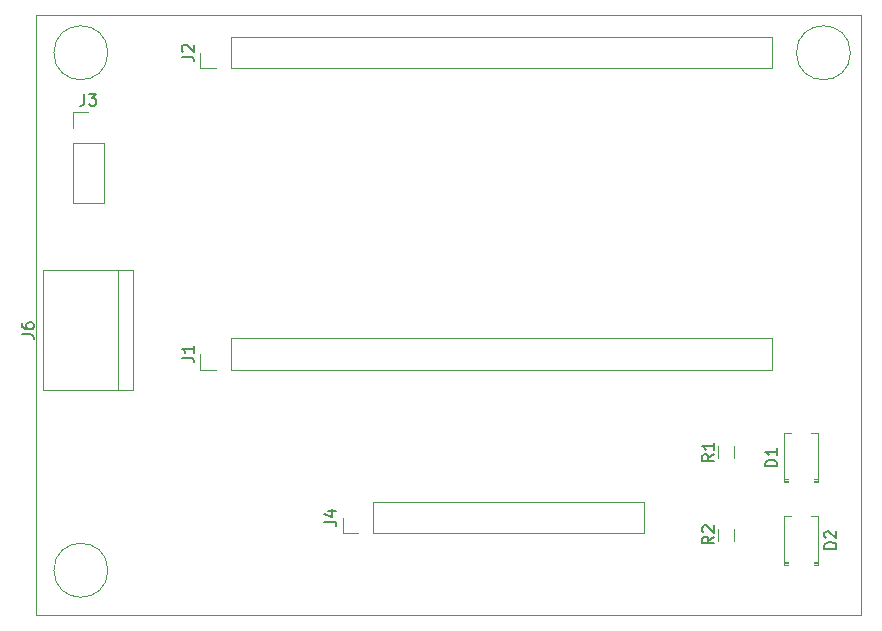
<source format=gbr>
G04 #@! TF.GenerationSoftware,KiCad,Pcbnew,(5.1.2)-2*
G04 #@! TF.CreationDate,2019-10-27T20:23:59-05:00*
G04 #@! TF.ProjectId,ESP_board,4553505f-626f-4617-9264-2e6b69636164,rev?*
G04 #@! TF.SameCoordinates,Original*
G04 #@! TF.FileFunction,Legend,Top*
G04 #@! TF.FilePolarity,Positive*
%FSLAX46Y46*%
G04 Gerber Fmt 4.6, Leading zero omitted, Abs format (unit mm)*
G04 Created by KiCad (PCBNEW (5.1.2)-2) date 2019-10-27 20:23:59*
%MOMM*%
%LPD*%
G04 APERTURE LIST*
%ADD10C,0.120000*%
%ADD11C,0.150000*%
G04 APERTURE END LIST*
D10*
X88900000Y-120650000D02*
X88900000Y-69850000D01*
X158750000Y-120650000D02*
X88900000Y-120650000D01*
X158750000Y-69850000D02*
X158750000Y-120650000D01*
X88900000Y-69850000D02*
X158750000Y-69850000D01*
X140395000Y-113725000D02*
X140395000Y-111065000D01*
X117475000Y-113725000D02*
X140395000Y-113725000D01*
X117475000Y-111065000D02*
X140395000Y-111065000D01*
X117475000Y-113725000D02*
X117475000Y-111065000D01*
X116205000Y-113725000D02*
X114875000Y-113725000D01*
X114875000Y-113725000D02*
X114875000Y-112395000D01*
X157861000Y-73025000D02*
G75*
G03X157861000Y-73025000I-2286000J0D01*
G01*
X94996000Y-116840000D02*
G75*
G03X94996000Y-116840000I-2286000J0D01*
G01*
X94996000Y-73025000D02*
G75*
G03X94996000Y-73025000I-2286000J0D01*
G01*
X92015000Y-85785000D02*
X94675000Y-85785000D01*
X92015000Y-80645000D02*
X92015000Y-85785000D01*
X94675000Y-80645000D02*
X94675000Y-85785000D01*
X92015000Y-80645000D02*
X94675000Y-80645000D01*
X92015000Y-79375000D02*
X92015000Y-78045000D01*
X92015000Y-78045000D02*
X93345000Y-78045000D01*
X152210000Y-116360000D02*
X152210000Y-112240000D01*
X155130000Y-116360000D02*
X155130000Y-112240000D01*
X152210000Y-116360000D02*
X152590000Y-116360000D01*
X154750000Y-116360000D02*
X155130000Y-116360000D01*
X152210000Y-112240000D02*
X152845000Y-112240000D01*
X154495000Y-112240000D02*
X155130000Y-112240000D01*
X152210000Y-116240000D02*
X152590000Y-116240000D01*
X154750000Y-116240000D02*
X155130000Y-116240000D01*
X152210000Y-116120000D02*
X152590000Y-116120000D01*
X154750000Y-116120000D02*
X155130000Y-116120000D01*
X152210000Y-109375000D02*
X152210000Y-105255000D01*
X155130000Y-109375000D02*
X155130000Y-105255000D01*
X152210000Y-109375000D02*
X152590000Y-109375000D01*
X154750000Y-109375000D02*
X155130000Y-109375000D01*
X152210000Y-105255000D02*
X152845000Y-105255000D01*
X154495000Y-105255000D02*
X155130000Y-105255000D01*
X152210000Y-109255000D02*
X152590000Y-109255000D01*
X154750000Y-109255000D02*
X155130000Y-109255000D01*
X152210000Y-109135000D02*
X152590000Y-109135000D01*
X154750000Y-109135000D02*
X155130000Y-109135000D01*
X151190000Y-74355000D02*
X151190000Y-71695000D01*
X105410000Y-74355000D02*
X151190000Y-74355000D01*
X105410000Y-71695000D02*
X151190000Y-71695000D01*
X105410000Y-74355000D02*
X105410000Y-71695000D01*
X104140000Y-74355000D02*
X102810000Y-74355000D01*
X102810000Y-74355000D02*
X102810000Y-73025000D01*
X151190000Y-99850000D02*
X151190000Y-97190000D01*
X105410000Y-99850000D02*
X151190000Y-99850000D01*
X105410000Y-97190000D02*
X151190000Y-97190000D01*
X105410000Y-99850000D02*
X105410000Y-97190000D01*
X104140000Y-99850000D02*
X102810000Y-99850000D01*
X102810000Y-99850000D02*
X102810000Y-98520000D01*
X148000000Y-113335000D02*
X148000000Y-114335000D01*
X146640000Y-114335000D02*
X146640000Y-113335000D01*
X148000000Y-106350000D02*
X148000000Y-107350000D01*
X146640000Y-107350000D02*
X146640000Y-106350000D01*
X95885000Y-91440000D02*
X95885000Y-101600000D01*
X97155000Y-91440000D02*
X89535000Y-91440000D01*
X89535000Y-91440000D02*
X89535000Y-101600000D01*
X89535000Y-101600000D02*
X97155000Y-101600000D01*
X97155000Y-101600000D02*
X97155000Y-91440000D01*
D11*
X113327380Y-112728333D02*
X114041666Y-112728333D01*
X114184523Y-112775952D01*
X114279761Y-112871190D01*
X114327380Y-113014047D01*
X114327380Y-113109285D01*
X113660714Y-111823571D02*
X114327380Y-111823571D01*
X113279761Y-112061666D02*
X113994047Y-112299761D01*
X113994047Y-111680714D01*
X93011666Y-76497380D02*
X93011666Y-77211666D01*
X92964047Y-77354523D01*
X92868809Y-77449761D01*
X92725952Y-77497380D01*
X92630714Y-77497380D01*
X93392619Y-76497380D02*
X94011666Y-76497380D01*
X93678333Y-76878333D01*
X93821190Y-76878333D01*
X93916428Y-76925952D01*
X93964047Y-76973571D01*
X94011666Y-77068809D01*
X94011666Y-77306904D01*
X93964047Y-77402142D01*
X93916428Y-77449761D01*
X93821190Y-77497380D01*
X93535476Y-77497380D01*
X93440238Y-77449761D01*
X93392619Y-77402142D01*
X156662380Y-115038095D02*
X155662380Y-115038095D01*
X155662380Y-114800000D01*
X155710000Y-114657142D01*
X155805238Y-114561904D01*
X155900476Y-114514285D01*
X156090952Y-114466666D01*
X156233809Y-114466666D01*
X156424285Y-114514285D01*
X156519523Y-114561904D01*
X156614761Y-114657142D01*
X156662380Y-114800000D01*
X156662380Y-115038095D01*
X155757619Y-114085714D02*
X155710000Y-114038095D01*
X155662380Y-113942857D01*
X155662380Y-113704761D01*
X155710000Y-113609523D01*
X155757619Y-113561904D01*
X155852857Y-113514285D01*
X155948095Y-113514285D01*
X156090952Y-113561904D01*
X156662380Y-114133333D01*
X156662380Y-113514285D01*
X151662380Y-108053095D02*
X150662380Y-108053095D01*
X150662380Y-107815000D01*
X150710000Y-107672142D01*
X150805238Y-107576904D01*
X150900476Y-107529285D01*
X151090952Y-107481666D01*
X151233809Y-107481666D01*
X151424285Y-107529285D01*
X151519523Y-107576904D01*
X151614761Y-107672142D01*
X151662380Y-107815000D01*
X151662380Y-108053095D01*
X151662380Y-106529285D02*
X151662380Y-107100714D01*
X151662380Y-106815000D02*
X150662380Y-106815000D01*
X150805238Y-106910238D01*
X150900476Y-107005476D01*
X150948095Y-107100714D01*
X101262380Y-73358333D02*
X101976666Y-73358333D01*
X102119523Y-73405952D01*
X102214761Y-73501190D01*
X102262380Y-73644047D01*
X102262380Y-73739285D01*
X101357619Y-72929761D02*
X101310000Y-72882142D01*
X101262380Y-72786904D01*
X101262380Y-72548809D01*
X101310000Y-72453571D01*
X101357619Y-72405952D01*
X101452857Y-72358333D01*
X101548095Y-72358333D01*
X101690952Y-72405952D01*
X102262380Y-72977380D01*
X102262380Y-72358333D01*
X101262380Y-98853333D02*
X101976666Y-98853333D01*
X102119523Y-98900952D01*
X102214761Y-98996190D01*
X102262380Y-99139047D01*
X102262380Y-99234285D01*
X102262380Y-97853333D02*
X102262380Y-98424761D01*
X102262380Y-98139047D02*
X101262380Y-98139047D01*
X101405238Y-98234285D01*
X101500476Y-98329523D01*
X101548095Y-98424761D01*
X146322380Y-114001666D02*
X145846190Y-114335000D01*
X146322380Y-114573095D02*
X145322380Y-114573095D01*
X145322380Y-114192142D01*
X145370000Y-114096904D01*
X145417619Y-114049285D01*
X145512857Y-114001666D01*
X145655714Y-114001666D01*
X145750952Y-114049285D01*
X145798571Y-114096904D01*
X145846190Y-114192142D01*
X145846190Y-114573095D01*
X145417619Y-113620714D02*
X145370000Y-113573095D01*
X145322380Y-113477857D01*
X145322380Y-113239761D01*
X145370000Y-113144523D01*
X145417619Y-113096904D01*
X145512857Y-113049285D01*
X145608095Y-113049285D01*
X145750952Y-113096904D01*
X146322380Y-113668333D01*
X146322380Y-113049285D01*
X146322380Y-107016666D02*
X145846190Y-107350000D01*
X146322380Y-107588095D02*
X145322380Y-107588095D01*
X145322380Y-107207142D01*
X145370000Y-107111904D01*
X145417619Y-107064285D01*
X145512857Y-107016666D01*
X145655714Y-107016666D01*
X145750952Y-107064285D01*
X145798571Y-107111904D01*
X145846190Y-107207142D01*
X145846190Y-107588095D01*
X146322380Y-106064285D02*
X146322380Y-106635714D01*
X146322380Y-106350000D02*
X145322380Y-106350000D01*
X145465238Y-106445238D01*
X145560476Y-106540476D01*
X145608095Y-106635714D01*
X87717380Y-96853333D02*
X88431666Y-96853333D01*
X88574523Y-96900952D01*
X88669761Y-96996190D01*
X88717380Y-97139047D01*
X88717380Y-97234285D01*
X87717380Y-95948571D02*
X87717380Y-96139047D01*
X87765000Y-96234285D01*
X87812619Y-96281904D01*
X87955476Y-96377142D01*
X88145952Y-96424761D01*
X88526904Y-96424761D01*
X88622142Y-96377142D01*
X88669761Y-96329523D01*
X88717380Y-96234285D01*
X88717380Y-96043809D01*
X88669761Y-95948571D01*
X88622142Y-95900952D01*
X88526904Y-95853333D01*
X88288809Y-95853333D01*
X88193571Y-95900952D01*
X88145952Y-95948571D01*
X88098333Y-96043809D01*
X88098333Y-96234285D01*
X88145952Y-96329523D01*
X88193571Y-96377142D01*
X88288809Y-96424761D01*
M02*

</source>
